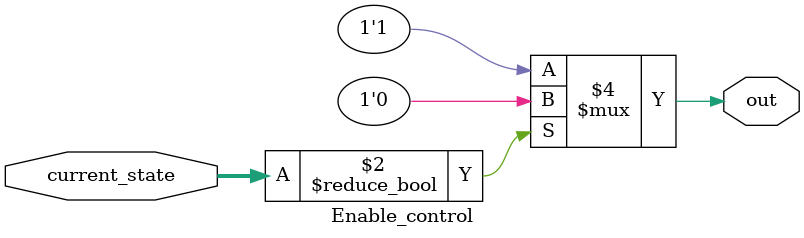
<source format=v>
/**
 * This module give out a write_enable signal according to the current state of a point on the game board.
 */
module Enable_control(current_state, out);
    input [1:0] current_state; // the current state of a point
    output reg out; // write_enable signal
    
    always@(*)
    begin
        // If the point is not empty, set write_enable signal low
        if(current_state[1:0] != 2'b00) out = 0;
        // Otherwise, turn it high
        else out = 1;
    end
endmodule

</source>
